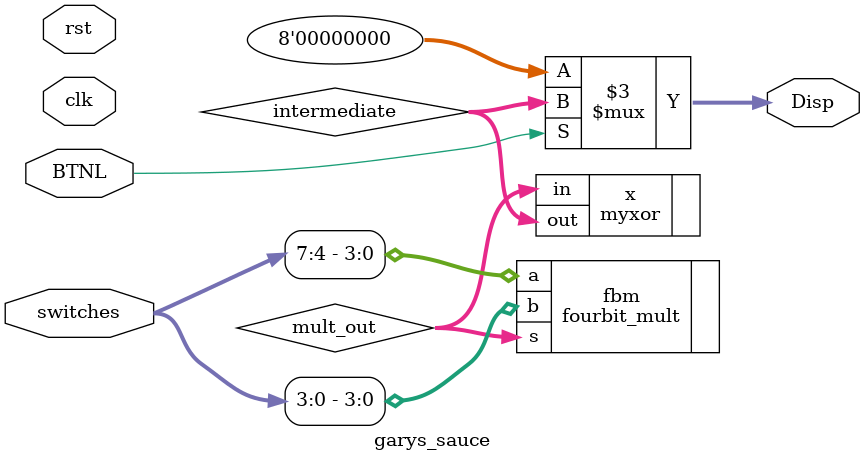
<source format=v>
`timescale 1ns / 1ps

module garys_sauce(input clk, input rst, input BTNL, input [7:0] switches, output reg [7:0] Disp);
    parameter INIT = 1'b0, SEND = 1'b1;
    wire [7:0] mult_out;
    wire [7:0] intermediate;
    
    // next state combinational logic
    always @(BTNL) begin
        if (BTNL) begin
            Disp[7:0] = intermediate;
        end else begin 
            Disp[7:0] = 8'b00000000;
        end
    end
 
    fourbit_mult fbm(.a(switches[7:4]), .b(switches[3:0]), .s(mult_out));
    myxor x(.in(mult_out), .out(intermediate));
endmodule

</source>
